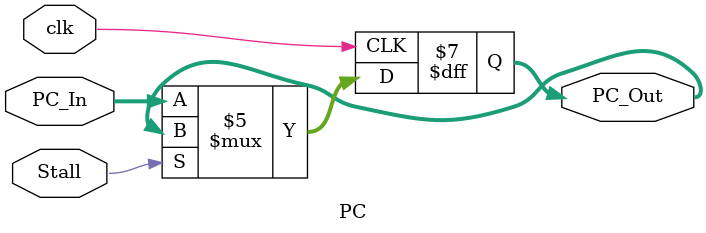
<source format=v>
`timescale 1ns / 1ps


module PC(clk,Stall, PC_In, PC_Out);
    input clk, Stall;
    parameter D_Width = 32;
    input [D_Width-1:0]PC_In;
    output reg [D_Width-1:0]PC_Out;
    
    initial PC_Out = 0;
    always@(posedge clk) begin
        if(!Stall) begin
            PC_Out = PC_In;
        end
    end
endmodule

</source>
